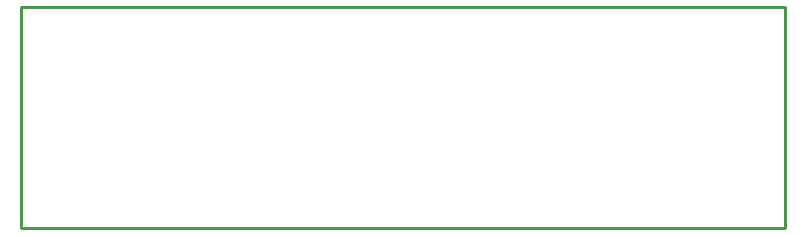
<source format=gbr>
G04 EAGLE Gerber RS-274X export*
G75*
%MOMM*%
%FSLAX34Y34*%
%LPD*%
%IN*%
%IPPOS*%
%AMOC8*
5,1,8,0,0,1.08239X$1,22.5*%
G01*
G04 Define Apertures*
%ADD10C,0.254000*%
D10*
X0Y0D02*
X647500Y0D01*
X647500Y187200D01*
X0Y187200D01*
X0Y0D01*
M02*

</source>
